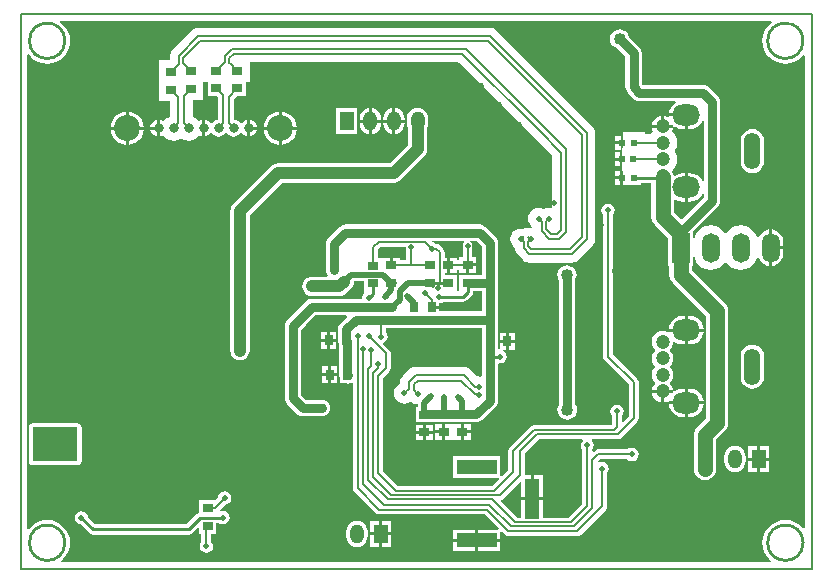
<source format=gbl>
%FSLAX25Y25*%
%MOIN*%
G70*
G01*
G75*
G04 Layer_Physical_Order=2*
G04 Layer_Color=16711680*
%ADD10R,0.02756X0.03347*%
%ADD11R,0.04724X0.04331*%
%ADD12R,0.07874X0.07874*%
%ADD13O,0.08661X0.02362*%
%ADD14R,0.08071X0.09055*%
%ADD15O,0.05500X0.02500*%
%ADD16R,0.05500X0.02500*%
%ADD17R,0.04724X0.14567*%
%ADD18R,0.07559X0.25590*%
%ADD19R,0.06000X0.05000*%
%ADD20R,0.10630X0.03937*%
%ADD21O,0.00787X0.02559*%
%ADD22O,0.02559X0.00787*%
%ADD23R,0.15748X0.15748*%
%ADD24R,0.03347X0.02756*%
%ADD25O,0.02500X0.05500*%
%ADD26R,0.02500X0.05500*%
%ADD27R,0.05000X0.06000*%
%ADD28C,0.03000*%
%ADD29C,0.05000*%
%ADD30C,0.00600*%
%ADD31C,0.00800*%
%ADD32C,0.02000*%
%ADD33C,0.01000*%
%ADD34C,0.01500*%
%ADD35C,0.04000*%
%ADD36R,0.07284X0.19685*%
%ADD37R,0.06800X0.04000*%
%ADD38C,0.00500*%
%ADD39O,0.04724X0.06299*%
%ADD40R,0.04724X0.06299*%
%ADD41C,0.08661*%
%ADD42C,0.03150*%
%ADD43O,0.05906X0.09843*%
%ADD44R,0.05906X0.09843*%
%ADD45C,0.04724*%
%ADD46O,0.09252X0.07087*%
%ADD47O,0.05315X0.12205*%
%ADD48R,0.13386X0.04724*%
%ADD49R,0.04724X0.13386*%
%ADD50C,0.03000*%
%ADD51C,0.04000*%
%ADD52C,0.02000*%
%ADD53C,0.02598*%
%ADD54R,0.02362X0.02362*%
%ADD55R,0.15000X0.11400*%
G36*
X250377Y-2749D02*
X249517Y-3454D01*
X248567Y-4612D01*
X247861Y-5934D01*
X247426Y-7367D01*
X247279Y-8858D01*
X247426Y-10349D01*
X247861Y-11783D01*
X248567Y-13104D01*
X249517Y-14262D01*
X250675Y-15213D01*
X251997Y-15919D01*
X253430Y-16354D01*
X254921Y-16501D01*
X256412Y-16354D01*
X257846Y-15919D01*
X259167Y-15213D01*
X260325Y-14262D01*
X260851Y-13622D01*
X261322Y-13790D01*
Y-171249D01*
X260851Y-171418D01*
X260325Y-170777D01*
X259167Y-169827D01*
X257846Y-169121D01*
X256412Y-168686D01*
X254921Y-168539D01*
X253430Y-168686D01*
X251997Y-169121D01*
X250675Y-169827D01*
X249517Y-170777D01*
X248567Y-171935D01*
X247861Y-173257D01*
X247426Y-174690D01*
X247279Y-176181D01*
X247426Y-177672D01*
X247861Y-179106D01*
X248567Y-180427D01*
X249517Y-181585D01*
X250207Y-182151D01*
X250038Y-182622D01*
X13741D01*
X13573Y-182151D01*
X14262Y-181585D01*
X15213Y-180427D01*
X15919Y-179106D01*
X16354Y-177672D01*
X16501Y-176181D01*
X16354Y-174690D01*
X15919Y-173257D01*
X15213Y-171935D01*
X14262Y-170777D01*
X13104Y-169827D01*
X11783Y-169121D01*
X10349Y-168686D01*
X8858Y-168539D01*
X7367Y-168686D01*
X5934Y-169121D01*
X4612Y-169827D01*
X3454Y-170777D01*
X2749Y-171636D01*
X2278Y-171468D01*
Y-13571D01*
X2749Y-13403D01*
X3454Y-14262D01*
X4612Y-15213D01*
X5934Y-15919D01*
X7367Y-16354D01*
X8858Y-16501D01*
X10349Y-16354D01*
X11783Y-15919D01*
X13104Y-15213D01*
X14262Y-14262D01*
X15213Y-13104D01*
X15919Y-11783D01*
X16354Y-10349D01*
X16501Y-8858D01*
X16354Y-7367D01*
X15919Y-5934D01*
X15213Y-4612D01*
X14262Y-3454D01*
X13104Y-2504D01*
X13161Y-2278D01*
X250208D01*
X250377Y-2749D01*
D02*
G37*
%LPC*%
G36*
X222957Y-124774D02*
X222374D01*
Y-129058D01*
X227675D01*
X227578Y-128320D01*
X227100Y-127166D01*
X226340Y-126175D01*
X225349Y-125415D01*
X224195Y-124937D01*
X222957Y-124774D01*
D02*
G37*
G36*
X213500Y-126200D02*
X210473D01*
X210529Y-126630D01*
X210888Y-127497D01*
X211459Y-128241D01*
X212204Y-128812D01*
X213070Y-129171D01*
X213500Y-129227D01*
Y-126200D01*
D02*
G37*
G36*
X221374Y-124774D02*
X220791D01*
X219553Y-124937D01*
X218399Y-125415D01*
X218029Y-125699D01*
X217568Y-125507D01*
X217593Y-125700D01*
X217527Y-126200D01*
X214500D01*
Y-129227D01*
X214930Y-129171D01*
X215661Y-128868D01*
X216058Y-129172D01*
X216073Y-129058D01*
X221374D01*
Y-124774D01*
D02*
G37*
G36*
X102495Y-120600D02*
X100417D01*
Y-122973D01*
X102495D01*
Y-120600D01*
D02*
G37*
G36*
X243921Y-110097D02*
X242914Y-110229D01*
X241976Y-110618D01*
X241170Y-111236D01*
X240552Y-112042D01*
X240163Y-112980D01*
X240031Y-113987D01*
Y-120877D01*
X240163Y-121884D01*
X240552Y-122822D01*
X241170Y-123628D01*
X241976Y-124247D01*
X242914Y-124635D01*
X243921Y-124768D01*
X244928Y-124635D01*
X245867Y-124247D01*
X246672Y-123628D01*
X247291Y-122822D01*
X247679Y-121884D01*
X247812Y-120877D01*
Y-113987D01*
X247679Y-112980D01*
X247291Y-112042D01*
X246672Y-111236D01*
X245867Y-110618D01*
X244928Y-110229D01*
X243921Y-110097D01*
D02*
G37*
G36*
X144327Y-136627D02*
X144052Y-136627D01*
X143973D01*
D01*
D01*
D01*
D01*
Y-136628D01*
X143973D01*
X143973D01*
X141600D01*
Y-139207D01*
Y-141783D01*
X143973D01*
Y-141783D01*
X143973D01*
X143973Y-141783D01*
X144327D01*
X144327D01*
X144327D01*
Y-141783D01*
X146700D01*
Y-139207D01*
Y-136628D01*
X144327D01*
D01*
D01*
Y-136627D01*
D01*
Y-136627D01*
D02*
G37*
G36*
X150073Y-136628D02*
X147700D01*
Y-138706D01*
X150073D01*
Y-136628D01*
D02*
G37*
G36*
X182100Y-83672D02*
X181265Y-83782D01*
X180486Y-84105D01*
X179818Y-84618D01*
X179305Y-85286D01*
X178982Y-86065D01*
X178872Y-86900D01*
X178982Y-87735D01*
X179305Y-88514D01*
X179377Y-88608D01*
Y-130354D01*
X179082Y-131065D01*
X178972Y-131900D01*
X179082Y-132735D01*
X179405Y-133514D01*
X179918Y-134182D01*
X180586Y-134695D01*
X181365Y-135018D01*
X182200Y-135128D01*
X183035Y-135018D01*
X183814Y-134695D01*
X184482Y-134182D01*
X184995Y-133514D01*
X185318Y-132735D01*
X185428Y-131900D01*
X185318Y-131065D01*
X184995Y-130286D01*
X184823Y-130062D01*
Y-88608D01*
X184895Y-88514D01*
X185218Y-87735D01*
X185328Y-86900D01*
X185218Y-86065D01*
X184895Y-85286D01*
X184382Y-84618D01*
X183714Y-84105D01*
X182935Y-83782D01*
X182100Y-83672D01*
D02*
G37*
G36*
X227675Y-130058D02*
X222374D01*
Y-134343D01*
X222957D01*
X224195Y-134179D01*
X225349Y-133702D01*
X226340Y-132941D01*
X227100Y-131950D01*
X227578Y-130797D01*
X227675Y-130058D01*
D02*
G37*
G36*
X221374D02*
X216073D01*
X216170Y-130797D01*
X216648Y-131950D01*
X217408Y-132941D01*
X218399Y-133702D01*
X219553Y-134179D01*
X220791Y-134343D01*
X221374D01*
Y-130058D01*
D02*
G37*
G36*
X105572Y-120600D02*
X103495D01*
Y-122973D01*
X105572D01*
Y-120600D01*
D02*
G37*
G36*
X105272Y-109200D02*
X103194D01*
Y-111573D01*
X105272D01*
Y-109200D01*
D02*
G37*
G36*
X102194D02*
X100117D01*
Y-111573D01*
X102194D01*
Y-109200D01*
D02*
G37*
G36*
X214000Y-105572D02*
X213070Y-105694D01*
X212204Y-106053D01*
X211459Y-106624D01*
X210888Y-107368D01*
X210529Y-108235D01*
X210407Y-109165D01*
X210529Y-110094D01*
X210888Y-110961D01*
X211459Y-111705D01*
Y-112136D01*
X210888Y-112880D01*
X210529Y-113747D01*
X210407Y-114676D01*
X210529Y-115606D01*
X210888Y-116473D01*
X211459Y-117217D01*
Y-117648D01*
X210888Y-118392D01*
X210529Y-119258D01*
X210407Y-120188D01*
X210529Y-121118D01*
X210888Y-121985D01*
X211459Y-122729D01*
Y-123159D01*
X210888Y-123904D01*
X210529Y-124770D01*
X210473Y-125200D01*
X217527D01*
X217471Y-124770D01*
X217112Y-123904D01*
X216541Y-123159D01*
Y-122729D01*
X217112Y-121985D01*
X217471Y-121118D01*
X217593Y-120188D01*
X217471Y-119258D01*
X217112Y-118392D01*
X216541Y-117648D01*
Y-117217D01*
X217112Y-116473D01*
X217471Y-115606D01*
X217593Y-114676D01*
X217471Y-113747D01*
X217112Y-112880D01*
X216541Y-112136D01*
Y-111705D01*
X217112Y-110961D01*
X217471Y-110094D01*
X217568Y-109357D01*
X218029Y-109166D01*
X218399Y-109450D01*
X219553Y-109927D01*
X220791Y-110090D01*
X221374D01*
Y-105806D01*
X216073D01*
X216058Y-105693D01*
X215661Y-105997D01*
X214930Y-105694D01*
X214000Y-105572D01*
D02*
G37*
G36*
X161805Y-106127D02*
X159728D01*
Y-108500D01*
X161805D01*
Y-106127D01*
D02*
G37*
G36*
X227675Y-105806D02*
X222374D01*
Y-110090D01*
X222957D01*
X224195Y-109927D01*
X225349Y-109450D01*
X226340Y-108689D01*
X227100Y-107698D01*
X227578Y-106545D01*
X227675Y-105806D01*
D02*
G37*
G36*
X105572Y-117227D02*
X103495D01*
Y-119600D01*
X105572D01*
Y-117227D01*
D02*
G37*
G36*
X102495D02*
X100417D01*
Y-119600D01*
X102495D01*
Y-117227D01*
D02*
G37*
G36*
X195800Y-63157D02*
X194942Y-63328D01*
X194214Y-63814D01*
X193728Y-64542D01*
X193557Y-65400D01*
X193728Y-66258D01*
X194169Y-66918D01*
Y-114100D01*
X194169Y-114100D01*
X194169D01*
X194293Y-114724D01*
X194647Y-115253D01*
X202769Y-123376D01*
Y-134024D01*
X200893Y-135900D01*
X200431Y-135708D01*
Y-133918D01*
X200872Y-133258D01*
X201043Y-132400D01*
X200872Y-131542D01*
X200386Y-130814D01*
X199658Y-130328D01*
X198800Y-130157D01*
X197942Y-130328D01*
X197214Y-130814D01*
X196728Y-131542D01*
X196557Y-132400D01*
X196728Y-133258D01*
X197169Y-133918D01*
Y-136887D01*
X196986Y-137069D01*
X171000D01*
X170376Y-137193D01*
X169846Y-137547D01*
X163096Y-144297D01*
X162743Y-144826D01*
X162619Y-145450D01*
Y-151974D01*
X160355Y-154238D01*
X159893Y-154047D01*
Y-147401D01*
X144107D01*
Y-154525D01*
X159414D01*
X159606Y-154987D01*
X157224Y-157369D01*
X125876D01*
X120831Y-152324D01*
Y-121276D01*
X122953Y-119153D01*
X123307Y-118624D01*
X123431Y-118000D01*
X123431Y-118000D01*
Y-113000D01*
X123307Y-112376D01*
X122953Y-111846D01*
X120894Y-109786D01*
X120958Y-109572D01*
X121686Y-109086D01*
X122172Y-108358D01*
X122343Y-107500D01*
X122172Y-106642D01*
X121731Y-105982D01*
Y-104523D01*
X153677D01*
Y-109000D01*
Y-120437D01*
X153301Y-120766D01*
X152773Y-120697D01*
X152160Y-120778D01*
X149714Y-118332D01*
X149108Y-117867D01*
X148403Y-117575D01*
X147646Y-117475D01*
X131654D01*
X130897Y-117575D01*
X130192Y-117867D01*
X129586Y-118332D01*
X127332Y-120586D01*
X126867Y-121192D01*
X126575Y-121897D01*
X126475Y-122654D01*
Y-123102D01*
X126135Y-123243D01*
X125404Y-123804D01*
X124843Y-124535D01*
X124490Y-125386D01*
X124370Y-126300D01*
X124490Y-127214D01*
X124843Y-128065D01*
X125404Y-128796D01*
X126135Y-129357D01*
X126986Y-129710D01*
X127900Y-129830D01*
X128814Y-129710D01*
X129665Y-129357D01*
X130020Y-129085D01*
X130635Y-129557D01*
X131486Y-129910D01*
X132357Y-130025D01*
Y-130887D01*
X131727D01*
Y-136043D01*
X137473D01*
Y-136023D01*
X151900D01*
X152605Y-135931D01*
X153262Y-135658D01*
X153826Y-135226D01*
X158326Y-130726D01*
X158758Y-130162D01*
X159030Y-129505D01*
X159123Y-128800D01*
Y-116603D01*
X159510Y-116285D01*
X159800Y-116343D01*
X160658Y-116172D01*
X161386Y-115686D01*
X161872Y-114958D01*
X162043Y-114100D01*
X161872Y-113242D01*
X161386Y-112514D01*
X160658Y-112028D01*
X160674Y-111873D01*
X161805D01*
Y-109500D01*
X159728D01*
Y-111509D01*
X159276Y-111722D01*
X159123Y-111597D01*
Y-109000D01*
Y-106402D01*
X159243Y-105800D01*
X159123Y-105198D01*
Y-102000D01*
Y-89500D01*
Y-76200D01*
X159030Y-75495D01*
X158758Y-74838D01*
X158326Y-74274D01*
X154926Y-70874D01*
X154362Y-70442D01*
X153705Y-70170D01*
X153000Y-70077D01*
X108300D01*
X107677Y-70159D01*
X107595Y-70170D01*
X106938Y-70442D01*
X106374Y-70874D01*
X102574Y-74674D01*
X102141Y-75238D01*
X101869Y-75895D01*
X101777Y-76600D01*
Y-85200D01*
X101869Y-85905D01*
X102141Y-86562D01*
X102496Y-87024D01*
X102275Y-87472D01*
X97200D01*
X96365Y-87582D01*
X95586Y-87905D01*
X94918Y-88418D01*
X94405Y-89086D01*
X94082Y-89865D01*
X93972Y-90700D01*
X94082Y-91535D01*
X94405Y-92314D01*
X94918Y-92982D01*
X95586Y-93495D01*
X96365Y-93818D01*
X97200Y-93928D01*
X106300D01*
X107135Y-93818D01*
X107914Y-93495D01*
X108582Y-92982D01*
X110182Y-91382D01*
X110695Y-90714D01*
X111018Y-89935D01*
X111128Y-89100D01*
X111121Y-89051D01*
X111129Y-89043D01*
X114627D01*
Y-92278D01*
X114627D01*
X114627Y-92839D01*
X114514Y-92914D01*
X114028Y-93642D01*
X113857Y-94500D01*
X113875Y-94590D01*
X113558Y-94977D01*
X97000D01*
X96377Y-95059D01*
X96295Y-95069D01*
X95638Y-95341D01*
X95074Y-95774D01*
X91174Y-99674D01*
X91174Y-99674D01*
X88774Y-102074D01*
X88341Y-102638D01*
X88069Y-103295D01*
X87977Y-104000D01*
Y-127900D01*
X88069Y-128605D01*
X88341Y-129262D01*
X88774Y-129826D01*
X92074Y-133126D01*
X92638Y-133558D01*
X92910Y-133671D01*
X93295Y-133830D01*
X94000Y-133923D01*
X100500D01*
X101205Y-133830D01*
X101862Y-133558D01*
X102426Y-133126D01*
X102858Y-132562D01*
X103130Y-131905D01*
X103223Y-131200D01*
X103130Y-130495D01*
X102858Y-129838D01*
X102426Y-129274D01*
X101862Y-128842D01*
X101205Y-128569D01*
X100500Y-128477D01*
X95128D01*
X93423Y-126772D01*
Y-105128D01*
X95026Y-103526D01*
X95026Y-103526D01*
X98128Y-100423D01*
X108572D01*
X108763Y-100885D01*
X106674Y-102974D01*
X106242Y-103538D01*
X105970Y-104195D01*
X105877Y-104900D01*
Y-108700D01*
X105970Y-109405D01*
X106022Y-109532D01*
Y-111573D01*
X106177D01*
Y-120100D01*
X106270Y-120805D01*
X106322Y-120932D01*
Y-122973D01*
X108357D01*
X108495Y-123030D01*
X109200Y-123123D01*
X109905Y-123030D01*
X110043Y-122973D01*
X110769D01*
Y-158000D01*
X110893Y-158624D01*
X111247Y-159153D01*
X118347Y-166253D01*
X118347D01*
X118347Y-166253D01*
X118347Y-166254D01*
Y-166253D01*
X118876Y-166607D01*
X119500Y-166731D01*
X154724D01*
X159341Y-171348D01*
X159150Y-171810D01*
X152500D01*
Y-174872D01*
X159893D01*
Y-172553D01*
X160355Y-172362D01*
X161446Y-173453D01*
X161976Y-173807D01*
X162600Y-173931D01*
X185600D01*
X186224Y-173807D01*
X186753Y-173453D01*
X195054Y-165154D01*
X195407Y-164624D01*
X195531Y-164000D01*
X195531Y-164000D01*
X195531Y-164000D01*
Y-164000D01*
Y-152869D01*
X195872Y-152358D01*
X196043Y-151500D01*
X195872Y-150642D01*
X195386Y-149914D01*
X194658Y-149428D01*
X193800Y-149257D01*
X192942Y-149428D01*
X192672Y-149608D01*
X192231Y-149372D01*
Y-149276D01*
X193176Y-148331D01*
X202282D01*
X202942Y-148772D01*
X203800Y-148943D01*
X204658Y-148772D01*
X205386Y-148286D01*
X205872Y-147558D01*
X206043Y-146700D01*
X205872Y-145842D01*
X205386Y-145114D01*
X204658Y-144628D01*
X203800Y-144457D01*
X202942Y-144628D01*
X202282Y-145069D01*
X192500D01*
X191876Y-145193D01*
X191347Y-145546D01*
X190993Y-145900D01*
X190531Y-145708D01*
Y-145218D01*
X190972Y-144558D01*
X191143Y-143700D01*
X190972Y-142842D01*
X190486Y-142114D01*
X190480Y-142110D01*
X190625Y-141631D01*
X199100D01*
X199724Y-141507D01*
X200254Y-141154D01*
X205554Y-135854D01*
X205907Y-135324D01*
X206031Y-134700D01*
Y-122700D01*
X205907Y-122076D01*
X205554Y-121546D01*
X197431Y-113424D01*
Y-66918D01*
X197872Y-66258D01*
X198043Y-65400D01*
X197872Y-64542D01*
X197386Y-63814D01*
X196658Y-63328D01*
X195800Y-63157D01*
D02*
G37*
G36*
X164883Y-109500D02*
X162805D01*
Y-111873D01*
X164883D01*
Y-109500D01*
D02*
G37*
G36*
X132322Y-31220D02*
X131392Y-31342D01*
X130526Y-31701D01*
X129781Y-32272D01*
X129210Y-33016D01*
X128851Y-33883D01*
X128729Y-34813D01*
Y-36387D01*
X128851Y-37317D01*
X129095Y-37904D01*
Y-43741D01*
X123163Y-49672D01*
X85800D01*
X84965Y-49782D01*
X84186Y-50105D01*
X83518Y-50618D01*
X70818Y-63318D01*
X70305Y-63986D01*
X69982Y-64765D01*
X69872Y-65600D01*
Y-70200D01*
Y-87300D01*
Y-112100D01*
X69982Y-112935D01*
X70305Y-113714D01*
X70818Y-114382D01*
X71486Y-114895D01*
X72265Y-115218D01*
X73100Y-115328D01*
X73935Y-115218D01*
X74714Y-114895D01*
X75382Y-114382D01*
X75895Y-113714D01*
X76218Y-112935D01*
X76328Y-112100D01*
X76328Y-112100D01*
X76328Y-112100D01*
Y-112100D01*
Y-87300D01*
Y-66937D01*
X87137Y-56128D01*
X124500D01*
X125335Y-56018D01*
X126114Y-55695D01*
X126782Y-55182D01*
X134604Y-47360D01*
X135117Y-46692D01*
X135440Y-45913D01*
X135550Y-45078D01*
Y-37904D01*
X135793Y-37317D01*
X135915Y-36387D01*
Y-34813D01*
X135793Y-33883D01*
X135434Y-33016D01*
X134863Y-32272D01*
X134118Y-31701D01*
X133252Y-31342D01*
X132322Y-31220D01*
D02*
G37*
G36*
X140600Y-136628D02*
X138227D01*
Y-138706D01*
X140600D01*
Y-136628D01*
D02*
G37*
G36*
X119500Y-168850D02*
X116438D01*
Y-172700D01*
X119500D01*
Y-168850D01*
D02*
G37*
G36*
X151500Y-171810D02*
X144107D01*
Y-174872D01*
X151500D01*
Y-171810D01*
D02*
G37*
G36*
X123562Y-168850D02*
X120500D01*
Y-172700D01*
X123562D01*
Y-168850D01*
D02*
G37*
G36*
X238126Y-143920D02*
X237196Y-144042D01*
X236330Y-144401D01*
X235585Y-144972D01*
X235014Y-145716D01*
X234655Y-146583D01*
X234533Y-147513D01*
Y-149087D01*
X234655Y-150017D01*
X235014Y-150884D01*
X235585Y-151628D01*
X236330Y-152199D01*
X237196Y-152558D01*
X238126Y-152680D01*
X239056Y-152558D01*
X239922Y-152199D01*
X240667Y-151628D01*
X241238Y-150884D01*
X241597Y-150017D01*
X241719Y-149087D01*
Y-147513D01*
X241597Y-146583D01*
X241238Y-145716D01*
X240667Y-144972D01*
X239922Y-144401D01*
X239056Y-144042D01*
X238126Y-143920D01*
D02*
G37*
G36*
X68000Y-159057D02*
X67142Y-159228D01*
X66414Y-159714D01*
X65928Y-160442D01*
X65773Y-161220D01*
X64939Y-162054D01*
X59489D01*
Y-166148D01*
X59237Y-166199D01*
X58674Y-166574D01*
X55282Y-169967D01*
X24818D01*
X22491Y-167640D01*
X22372Y-167042D01*
X21886Y-166314D01*
X21158Y-165828D01*
X20300Y-165657D01*
X19442Y-165828D01*
X18714Y-166314D01*
X18228Y-167042D01*
X18057Y-167900D01*
X18228Y-168758D01*
X18714Y-169486D01*
X19442Y-169972D01*
X20040Y-170091D01*
X22874Y-172926D01*
X22874Y-172926D01*
X22874D01*
X22874Y-172926D01*
X22874D01*
X22874Y-172926D01*
Y-172926D01*
Y-172926D01*
D01*
D01*
X22874D01*
Y-172926D01*
X23437Y-173301D01*
X24100Y-173433D01*
X56000D01*
X56663Y-173301D01*
X57226Y-172926D01*
X57226Y-172926D01*
X57226Y-172926D01*
X59027Y-171124D01*
X59489Y-171316D01*
Y-173116D01*
X60278D01*
Y-175772D01*
X59837Y-176432D01*
X59666Y-177291D01*
X59837Y-178149D01*
X60323Y-178877D01*
X61051Y-179363D01*
X61910Y-179534D01*
X62768Y-179363D01*
X63496Y-178877D01*
X63982Y-178149D01*
X64152Y-177291D01*
X63982Y-176432D01*
X63541Y-175772D01*
Y-173116D01*
X65235D01*
Y-169533D01*
X66034D01*
X66542Y-169872D01*
X67400Y-170043D01*
X68258Y-169872D01*
X68986Y-169386D01*
X69472Y-168658D01*
X69643Y-167800D01*
X69472Y-166942D01*
X68986Y-166214D01*
X68258Y-165728D01*
X67400Y-165557D01*
X66560Y-165724D01*
X66324Y-165283D01*
X68080Y-163527D01*
X68858Y-163372D01*
X69586Y-162886D01*
X70072Y-162158D01*
X70243Y-161300D01*
X70072Y-160442D01*
X69586Y-159714D01*
X68858Y-159228D01*
X68000Y-159057D01*
D02*
G37*
G36*
X159893Y-175872D02*
X152500D01*
Y-178935D01*
X159893D01*
Y-175872D01*
D02*
G37*
G36*
X151500D02*
X144107D01*
Y-178935D01*
X151500D01*
Y-175872D01*
D02*
G37*
G36*
X112126Y-168820D02*
X111196Y-168942D01*
X110329Y-169301D01*
X109585Y-169872D01*
X109014Y-170616D01*
X108656Y-171483D01*
X108533Y-172413D01*
Y-173987D01*
X108656Y-174917D01*
X109014Y-175784D01*
X109585Y-176528D01*
X110329Y-177099D01*
X111196Y-177458D01*
X112126Y-177580D01*
X113056Y-177458D01*
X113923Y-177099D01*
X114667Y-176528D01*
X115238Y-175784D01*
X115596Y-174917D01*
X115719Y-173987D01*
Y-172413D01*
X115596Y-171483D01*
X115238Y-170616D01*
X114667Y-169872D01*
X113923Y-169301D01*
X113056Y-168942D01*
X112126Y-168820D01*
D02*
G37*
G36*
X123562Y-173700D02*
X120500D01*
Y-177550D01*
X123562D01*
Y-173700D01*
D02*
G37*
G36*
X119500D02*
X116438D01*
Y-177550D01*
X119500D01*
Y-173700D01*
D02*
G37*
G36*
X245500Y-148800D02*
X242438D01*
Y-152650D01*
X245500D01*
Y-148800D01*
D02*
G37*
G36*
X140600Y-139706D02*
X138227D01*
Y-141783D01*
X140600D01*
Y-139706D01*
D02*
G37*
G36*
X137473Y-139871D02*
X135100D01*
Y-141949D01*
X137473D01*
Y-139871D01*
D02*
G37*
G36*
X150073Y-139706D02*
X147700D01*
Y-141783D01*
X150073D01*
Y-139706D01*
D02*
G37*
G36*
X137473Y-136793D02*
X135100D01*
Y-138871D01*
X137473D01*
Y-136793D01*
D02*
G37*
G36*
X134100D02*
X131727D01*
Y-138871D01*
X134100D01*
Y-136793D01*
D02*
G37*
G36*
X19094Y-136377D02*
X4095D01*
X3626Y-136470D01*
X3229Y-136735D01*
X2964Y-137132D01*
X2871Y-137600D01*
Y-149000D01*
X2964Y-149468D01*
X3229Y-149865D01*
X3626Y-150130D01*
X4095Y-150224D01*
X19094D01*
X19563Y-150130D01*
X19960Y-149865D01*
X20225Y-149468D01*
X20318Y-149000D01*
Y-137600D01*
X20225Y-137132D01*
X19960Y-136735D01*
X19563Y-136470D01*
X19094Y-136377D01*
D02*
G37*
G36*
X249562Y-148800D02*
X246500D01*
Y-152650D01*
X249562D01*
Y-148800D01*
D02*
G37*
G36*
X245500Y-143950D02*
X242438D01*
Y-147800D01*
X245500D01*
Y-143950D01*
D02*
G37*
G36*
X134100Y-139871D02*
X131727D01*
Y-141949D01*
X134100D01*
Y-139871D01*
D02*
G37*
G36*
X249562Y-143950D02*
X246500D01*
Y-147800D01*
X249562D01*
Y-143950D01*
D02*
G37*
G36*
X120167Y-36100D02*
X117074D01*
Y-39915D01*
X117504Y-39858D01*
X118370Y-39499D01*
X119115Y-38928D01*
X119686Y-38184D01*
X120045Y-37317D01*
X120167Y-36387D01*
Y-36100D01*
D02*
G37*
G36*
X116074D02*
X112981D01*
Y-36387D01*
X113103Y-37317D01*
X113462Y-38184D01*
X114033Y-38928D01*
X114778Y-39499D01*
X115644Y-39858D01*
X116074Y-39915D01*
Y-36100D01*
D02*
G37*
G36*
X123948D02*
X120855D01*
Y-36387D01*
X120977Y-37317D01*
X121336Y-38184D01*
X121907Y-38928D01*
X122652Y-39499D01*
X123518Y-39858D01*
X123948Y-39915D01*
Y-36100D01*
D02*
G37*
G36*
X214500Y-33838D02*
Y-36865D01*
X217527D01*
X217593Y-37365D01*
X217568Y-37557D01*
X218029Y-37366D01*
X218399Y-37650D01*
X219553Y-38127D01*
X220791Y-38291D01*
X221374D01*
Y-34006D01*
X216073D01*
X216058Y-33893D01*
X215661Y-34197D01*
X214930Y-33894D01*
X214500Y-33838D01*
D02*
G37*
G36*
X128041Y-36100D02*
X124948D01*
Y-39915D01*
X125378Y-39858D01*
X126244Y-39499D01*
X126989Y-38928D01*
X127560Y-38184D01*
X127919Y-37317D01*
X128041Y-36387D01*
Y-36100D01*
D02*
G37*
G36*
X200056Y-40519D02*
X198175D01*
Y-42400D01*
X200056D01*
Y-40519D01*
D02*
G37*
G36*
X92024Y-38500D02*
X87012D01*
Y-43513D01*
X87956Y-43388D01*
X89301Y-42831D01*
X90456Y-41945D01*
X91343Y-40789D01*
X91900Y-39444D01*
X92024Y-38500D01*
D02*
G37*
G36*
X45500D02*
X43267D01*
X43297Y-38724D01*
X43576Y-39399D01*
X44021Y-39979D01*
X44601Y-40424D01*
X45276Y-40703D01*
X45500Y-40733D01*
Y-38500D01*
D02*
G37*
G36*
X112262Y-31250D02*
X105138D01*
Y-39950D01*
X112262D01*
Y-31250D01*
D02*
G37*
G36*
X78733Y-38500D02*
X76500D01*
Y-40733D01*
X76724Y-40703D01*
X77399Y-40424D01*
X77979Y-39979D01*
X78424Y-39399D01*
X78703Y-38724D01*
X78733Y-38500D01*
D02*
G37*
G36*
X34988Y-32487D02*
X34044Y-32612D01*
X32699Y-33169D01*
X31544Y-34056D01*
X30657Y-35211D01*
X30100Y-36556D01*
X29976Y-37500D01*
X34988D01*
Y-32487D01*
D02*
G37*
G36*
X116074Y-31286D02*
X115644Y-31342D01*
X114778Y-31701D01*
X114033Y-32272D01*
X113462Y-33016D01*
X113103Y-33883D01*
X112981Y-34813D01*
Y-35100D01*
X116074D01*
Y-31286D01*
D02*
G37*
G36*
X213500Y-33838D02*
X213070Y-33894D01*
X212204Y-34253D01*
X211459Y-34824D01*
X210888Y-35568D01*
X210529Y-36435D01*
X210473Y-36865D01*
X213500D01*
Y-33838D01*
D02*
G37*
G36*
X117074Y-31286D02*
Y-35100D01*
X120167D01*
Y-34813D01*
X120045Y-33883D01*
X119686Y-33016D01*
X119115Y-32272D01*
X118370Y-31701D01*
X117504Y-31342D01*
X117074Y-31286D01*
D02*
G37*
G36*
X124948D02*
Y-35100D01*
X128041D01*
Y-34813D01*
X127919Y-33883D01*
X127560Y-33016D01*
X126989Y-32272D01*
X126244Y-31701D01*
X125378Y-31342D01*
X124948Y-31286D01*
D02*
G37*
G36*
X123948D02*
X123518Y-31342D01*
X122652Y-31701D01*
X121907Y-32272D01*
X121336Y-33016D01*
X120977Y-33883D01*
X120855Y-34813D01*
Y-35100D01*
X123948D01*
Y-31286D01*
D02*
G37*
G36*
X45500Y-35267D02*
X45276Y-35297D01*
X44601Y-35576D01*
X44021Y-36021D01*
X43576Y-36601D01*
X43297Y-37276D01*
X43267Y-37500D01*
X45500D01*
Y-35267D01*
D02*
G37*
G36*
X35988Y-32487D02*
Y-37500D01*
X41001D01*
X40876Y-36556D01*
X40319Y-35211D01*
X39433Y-34056D01*
X38277Y-33169D01*
X36932Y-32612D01*
X35988Y-32487D01*
D02*
G37*
G36*
X76500Y-35267D02*
Y-37500D01*
X78733D01*
X78703Y-37276D01*
X78424Y-36601D01*
X77979Y-36021D01*
X77399Y-35576D01*
X76724Y-35297D01*
X76500Y-35267D01*
D02*
G37*
G36*
X87012Y-32487D02*
Y-37500D01*
X92024D01*
X91900Y-36556D01*
X91343Y-35211D01*
X90456Y-34056D01*
X89301Y-33169D01*
X87956Y-32612D01*
X87012Y-32487D01*
D02*
G37*
G36*
X86012D02*
X85068Y-32612D01*
X83723Y-33169D01*
X82567Y-34056D01*
X81681Y-35211D01*
X81124Y-36556D01*
X80999Y-37500D01*
X86012D01*
Y-32487D01*
D02*
G37*
G36*
Y-38500D02*
X80999D01*
X81124Y-39444D01*
X81681Y-40789D01*
X82567Y-41945D01*
X83723Y-42831D01*
X85068Y-43388D01*
X86012Y-43513D01*
Y-38500D01*
D02*
G37*
G36*
X164883Y-106127D02*
X162805D01*
Y-108500D01*
X164883D01*
Y-106127D01*
D02*
G37*
G36*
X102194Y-105827D02*
X100117D01*
Y-108200D01*
X102194D01*
Y-105827D01*
D02*
G37*
G36*
X156563Y-4476D02*
X59237D01*
X58506Y-4572D01*
X58107Y-4737D01*
X57825Y-4854D01*
X57240Y-5303D01*
X50703Y-11840D01*
X50254Y-12425D01*
X50055Y-12907D01*
X49972Y-13106D01*
X49876Y-13837D01*
Y-15322D01*
X46027D01*
Y-23078D01*
Y-28983D01*
X49675D01*
Y-30400D01*
Y-34138D01*
X48945Y-34441D01*
X48094Y-35094D01*
X47603Y-35733D01*
X47399Y-35576D01*
X46724Y-35297D01*
X46500Y-35267D01*
Y-38001D01*
Y-40733D01*
X46724Y-40703D01*
X47399Y-40424D01*
X47603Y-40267D01*
X48094Y-40906D01*
X48945Y-41559D01*
X49936Y-41970D01*
X51000Y-42110D01*
X52064Y-41970D01*
X53055Y-41559D01*
X53500Y-41218D01*
X53945Y-41559D01*
X54936Y-41970D01*
X56000Y-42110D01*
X57064Y-41970D01*
X58055Y-41559D01*
X58906Y-40906D01*
X59396Y-40267D01*
X59601Y-40424D01*
X60276Y-40703D01*
X60500Y-40733D01*
Y-38001D01*
Y-35267D01*
X60276Y-35297D01*
X59601Y-35576D01*
X59396Y-35733D01*
X58906Y-35094D01*
X58055Y-34441D01*
X57325Y-34138D01*
Y-30400D01*
Y-28678D01*
X60973D01*
Y-22772D01*
Y-22672D01*
X61127D01*
Y-22672D01*
X62427D01*
Y-27278D01*
X65571D01*
X65969Y-27676D01*
Y-29700D01*
Y-35205D01*
X65276Y-35297D01*
X64601Y-35576D01*
X64021Y-36021D01*
X63750Y-36374D01*
X63250D01*
X62979Y-36021D01*
X62399Y-35576D01*
X61724Y-35297D01*
X61500Y-35267D01*
Y-38001D01*
Y-40733D01*
X61724Y-40703D01*
X62399Y-40424D01*
X62979Y-39979D01*
X63250Y-39626D01*
X63750D01*
X64021Y-39979D01*
X64601Y-40424D01*
X65276Y-40703D01*
X66000Y-40799D01*
X66724Y-40703D01*
X67399Y-40424D01*
X67979Y-39979D01*
X68250Y-39626D01*
X68750D01*
X69021Y-39979D01*
X69601Y-40424D01*
X70276Y-40703D01*
X71000Y-40799D01*
X71724Y-40703D01*
X72399Y-40424D01*
X72979Y-39979D01*
X73250Y-39626D01*
X73750D01*
X74021Y-39979D01*
X74601Y-40424D01*
X75276Y-40703D01*
X75500Y-40733D01*
Y-38001D01*
Y-35267D01*
X75276Y-35297D01*
X74601Y-35576D01*
X74021Y-36021D01*
X73750Y-36374D01*
X73250D01*
X72979Y-36021D01*
X72399Y-35576D01*
X71724Y-35297D01*
X71031Y-35205D01*
Y-29700D01*
Y-28276D01*
X72029Y-27278D01*
X75173D01*
Y-22672D01*
X76473D01*
Y-15924D01*
X145930D01*
X171003Y-40997D01*
X171003D01*
X171003Y-40997D01*
X177276Y-47270D01*
Y-64359D01*
X176900Y-64688D01*
X176000Y-64570D01*
X175086Y-64690D01*
X174350Y-64995D01*
X173614Y-64690D01*
X172700Y-64570D01*
X171786Y-64690D01*
X170935Y-65043D01*
X170204Y-65604D01*
X169643Y-66335D01*
X169290Y-67186D01*
X169170Y-68100D01*
X169290Y-69014D01*
X169643Y-69865D01*
X170204Y-70596D01*
X170604Y-70904D01*
X170621Y-71403D01*
X170500Y-71509D01*
X170298Y-71483D01*
X170031Y-71372D01*
X169300Y-71276D01*
X168647Y-71362D01*
X168431Y-71272D01*
X167700Y-71176D01*
X166969Y-71272D01*
X166702Y-71383D01*
X165886Y-71490D01*
X165035Y-71843D01*
X164304Y-72404D01*
X163743Y-73135D01*
X163390Y-73986D01*
X163270Y-74900D01*
X163390Y-75814D01*
X163743Y-76665D01*
X164304Y-77396D01*
X164876Y-77835D01*
Y-78063D01*
X164972Y-78794D01*
X165055Y-78993D01*
X165254Y-79475D01*
X165703Y-80060D01*
X167640Y-81997D01*
X168225Y-82446D01*
X168707Y-82645D01*
X168906Y-82728D01*
X169637Y-82824D01*
X183763D01*
X184494Y-82728D01*
X184693Y-82645D01*
X185175Y-82446D01*
X185760Y-81997D01*
X190797Y-76960D01*
X191246Y-76375D01*
X191445Y-75893D01*
X191528Y-75694D01*
X191624Y-74963D01*
Y-48137D01*
Y-39537D01*
X191528Y-38806D01*
X191445Y-38607D01*
X191246Y-38125D01*
X190797Y-37540D01*
X158560Y-5303D01*
X157975Y-4854D01*
X157493Y-4655D01*
X157294Y-4572D01*
X156563Y-4476D01*
D02*
G37*
G36*
X250500Y-71709D02*
Y-77300D01*
X254189D01*
Y-75832D01*
X254046Y-74747D01*
X253627Y-73737D01*
X252962Y-72870D01*
X252094Y-72204D01*
X251084Y-71786D01*
X250500Y-71709D01*
D02*
G37*
G36*
X254189Y-78300D02*
X250500D01*
Y-83891D01*
X251084Y-83814D01*
X252094Y-83396D01*
X252962Y-82730D01*
X253627Y-81863D01*
X254046Y-80853D01*
X254189Y-79769D01*
Y-78300D01*
D02*
G37*
G36*
X222957Y-100522D02*
X222374D01*
Y-104806D01*
X227675D01*
X227578Y-104068D01*
X227100Y-102914D01*
X226340Y-101923D01*
X225349Y-101163D01*
X224195Y-100685D01*
X222957Y-100522D01*
D02*
G37*
G36*
X105272Y-105827D02*
X103194D01*
Y-108200D01*
X105272D01*
Y-105827D01*
D02*
G37*
G36*
X221374Y-100522D02*
X220791D01*
X219553Y-100685D01*
X218399Y-101163D01*
X217408Y-101923D01*
X216648Y-102914D01*
X216170Y-104068D01*
X216073Y-104806D01*
X221374D01*
Y-100522D01*
D02*
G37*
G36*
X199900Y-55000D02*
X198019D01*
Y-56881D01*
X199900D01*
Y-55000D01*
D02*
G37*
G36*
X200056Y-43400D02*
X198175D01*
Y-45281D01*
X200056D01*
Y-43400D01*
D02*
G37*
G36*
X199856Y-45920D02*
X197975D01*
Y-47801D01*
X199856D01*
Y-45920D01*
D02*
G37*
G36*
X41001Y-38500D02*
X35988D01*
Y-43513D01*
X36932Y-43388D01*
X38277Y-42831D01*
X39433Y-41945D01*
X40319Y-40789D01*
X40876Y-39444D01*
X41001Y-38500D01*
D02*
G37*
G36*
X34988D02*
X29976D01*
X30100Y-39444D01*
X30657Y-40789D01*
X31544Y-41945D01*
X32699Y-42831D01*
X34044Y-43388D01*
X34988Y-43513D01*
Y-38500D01*
D02*
G37*
G36*
X199900Y-52119D02*
X198019D01*
Y-54000D01*
X199900D01*
Y-52119D01*
D02*
G37*
G36*
X199700Y-5072D02*
X198865Y-5182D01*
X198086Y-5505D01*
X197418Y-6018D01*
X196905Y-6686D01*
X196582Y-7465D01*
X196472Y-8300D01*
X196582Y-9135D01*
X196905Y-9914D01*
X197418Y-10582D01*
X198086Y-11095D01*
X198865Y-11418D01*
X198982Y-11433D01*
X201614Y-14065D01*
Y-18700D01*
Y-24337D01*
X201707Y-25042D01*
X201707Y-25042D01*
X201707Y-25042D01*
X201978Y-25699D01*
X202411Y-26263D01*
X204274Y-28126D01*
X204838Y-28558D01*
X205495Y-28831D01*
X206200Y-28923D01*
X218195D01*
X218355Y-29397D01*
X217408Y-30123D01*
X216648Y-31114D01*
X216170Y-32268D01*
X216073Y-33006D01*
X221875D01*
Y-33505D01*
X222374D01*
Y-38291D01*
X222957D01*
X224195Y-38127D01*
X225349Y-37650D01*
X226340Y-36889D01*
X227100Y-35898D01*
X227286Y-35449D01*
X227777Y-35546D01*
Y-55718D01*
X227286Y-55816D01*
X227100Y-55366D01*
X226340Y-54375D01*
X225349Y-53615D01*
X224195Y-53137D01*
X222957Y-52974D01*
X222374D01*
Y-57759D01*
Y-62542D01*
X222957D01*
X224195Y-62379D01*
X225349Y-61901D01*
X226340Y-61141D01*
X227100Y-60150D01*
X227286Y-59701D01*
X227777Y-59798D01*
Y-61072D01*
X220563Y-68286D01*
X220063Y-68286D01*
X217732Y-65954D01*
Y-61955D01*
X218180Y-61734D01*
X218399Y-61901D01*
X219553Y-62379D01*
X220791Y-62542D01*
X221374D01*
Y-57759D01*
Y-52974D01*
X220791D01*
X219553Y-53137D01*
X218399Y-53615D01*
X218114Y-53834D01*
X217652Y-53643D01*
X217605Y-53285D01*
X217232Y-52384D01*
X217223Y-52373D01*
X217120Y-52123D01*
X217468Y-51856D01*
X218247Y-50840D01*
X218737Y-49657D01*
X218904Y-48388D01*
X218737Y-47119D01*
X218247Y-45936D01*
X218014Y-45632D01*
X218247Y-45329D01*
X218737Y-44146D01*
X218904Y-42876D01*
X218737Y-41607D01*
X218247Y-40424D01*
X217468Y-39409D01*
X217120Y-39141D01*
X217471Y-38295D01*
X217527Y-37865D01*
X210473D01*
X210529Y-38295D01*
X210880Y-39141D01*
X210532Y-39409D01*
X210116Y-39951D01*
X208174D01*
Y-39219D01*
X200812D01*
Y-40519D01*
X200811D01*
Y-42901D01*
Y-44620D01*
X200611D01*
Y-45281D01*
X200612D01*
Y-45920D01*
X200611D01*
Y-48302D01*
Y-50682D01*
X200612D01*
Y-51982D01*
D01*
Y-51982D01*
X200475Y-52119D01*
X200900D01*
Y-54501D01*
Y-56881D01*
X206718D01*
Y-56233D01*
X210268D01*
Y-67500D01*
X210268Y-67500D01*
X210268D01*
X210395Y-68466D01*
X210550Y-68839D01*
X210768Y-69366D01*
X211361Y-70139D01*
X211361Y-70139D01*
X211361Y-70139D01*
X215847Y-74625D01*
Y-83921D01*
X216268D01*
Y-86800D01*
X216268Y-86800D01*
X216268D01*
X216395Y-87766D01*
X216550Y-88139D01*
X216768Y-88666D01*
X217361Y-89439D01*
X217361Y-89439D01*
X217361Y-89439D01*
X228368Y-100446D01*
Y-134654D01*
X225461Y-137561D01*
X224868Y-138334D01*
X224650Y-138861D01*
X224495Y-139234D01*
X224368Y-140200D01*
Y-151500D01*
X224495Y-152466D01*
X224868Y-153366D01*
X225461Y-154139D01*
X226234Y-154732D01*
X227134Y-155105D01*
X228100Y-155232D01*
X229066Y-155105D01*
X229966Y-154732D01*
X230739Y-154139D01*
X231332Y-153366D01*
X231705Y-152466D01*
X231832Y-151500D01*
Y-141746D01*
X234739Y-138839D01*
X235194Y-138246D01*
X235332Y-138066D01*
X235550Y-137539D01*
X235705Y-137166D01*
X235720Y-137054D01*
X235832Y-136200D01*
Y-98900D01*
X235705Y-97934D01*
X235332Y-97034D01*
X235194Y-96854D01*
X234739Y-96261D01*
X223732Y-85254D01*
Y-83921D01*
X224153D01*
Y-80952D01*
X224652Y-80919D01*
X224688Y-81192D01*
X225237Y-82518D01*
X226111Y-83657D01*
X227250Y-84531D01*
X228576Y-85081D01*
X230000Y-85268D01*
X231423Y-85081D01*
X232750Y-84531D01*
X233889Y-83657D01*
X234750Y-82535D01*
X235250D01*
X236111Y-83657D01*
X237250Y-84531D01*
X238577Y-85081D01*
X240000Y-85268D01*
X241424Y-85081D01*
X242750Y-84531D01*
X243889Y-83657D01*
X244763Y-82518D01*
X245312Y-81192D01*
X245406Y-80484D01*
X245906D01*
X245954Y-80853D01*
X246373Y-81863D01*
X247038Y-82730D01*
X247906Y-83396D01*
X248916Y-83814D01*
X249500Y-83891D01*
Y-77801D01*
Y-71709D01*
X248916Y-71786D01*
X247906Y-72204D01*
X247038Y-72870D01*
X246373Y-73737D01*
X245954Y-74747D01*
X245906Y-75116D01*
X245406D01*
X245312Y-74408D01*
X244763Y-73082D01*
X243889Y-71943D01*
X242750Y-71069D01*
X241424Y-70519D01*
X240000Y-70332D01*
X238577Y-70519D01*
X237250Y-71069D01*
X236111Y-71943D01*
X235250Y-73065D01*
X234750D01*
X233889Y-71943D01*
X232750Y-71069D01*
X231423Y-70519D01*
X230000Y-70332D01*
X228576Y-70519D01*
X227250Y-71069D01*
X226111Y-71943D01*
X225237Y-73082D01*
X224688Y-74408D01*
X224652Y-74681D01*
X224153Y-74648D01*
Y-72399D01*
X232426Y-64126D01*
X232858Y-63562D01*
X233131Y-62905D01*
X233141Y-62823D01*
X233223Y-62200D01*
Y-29200D01*
X233131Y-28495D01*
X232858Y-27838D01*
X232426Y-27274D01*
X229426Y-24274D01*
X228862Y-23842D01*
X228205Y-23570D01*
X227500Y-23477D01*
X207328D01*
X207060Y-23209D01*
Y-18700D01*
Y-12937D01*
X206967Y-12232D01*
X206695Y-11575D01*
X206263Y-11011D01*
X202833Y-7582D01*
X202818Y-7465D01*
X202495Y-6686D01*
X201982Y-6018D01*
X201314Y-5505D01*
X200535Y-5182D01*
X199700Y-5072D01*
D02*
G37*
G36*
X199856Y-48801D02*
X197975D01*
Y-50682D01*
X199856D01*
Y-48801D01*
D02*
G37*
G36*
X243921Y-38297D02*
X242914Y-38429D01*
X241976Y-38818D01*
X241170Y-39436D01*
X240552Y-40242D01*
X240163Y-41180D01*
X240031Y-42187D01*
Y-49077D01*
X240163Y-50084D01*
X240552Y-51022D01*
X241170Y-51828D01*
X241976Y-52447D01*
X242914Y-52835D01*
X243921Y-52968D01*
X244928Y-52835D01*
X245867Y-52447D01*
X246672Y-51828D01*
X247291Y-51022D01*
X247679Y-50084D01*
X247812Y-49077D01*
Y-42187D01*
X247679Y-41180D01*
X247291Y-40242D01*
X246672Y-39436D01*
X245867Y-38818D01*
X244928Y-38429D01*
X243921Y-38297D01*
D02*
G37*
%LPD*%
G36*
X153677Y-99077D02*
X139584D01*
Y-98200D01*
X137004D01*
Y-97200D01*
X139584D01*
Y-96357D01*
X139600Y-96343D01*
X140458Y-96172D01*
X140966Y-95833D01*
X147600D01*
X148263Y-95701D01*
X148826Y-95326D01*
X150326Y-93826D01*
X150701Y-93263D01*
X150833Y-92600D01*
Y-92223D01*
X153677D01*
Y-99077D01*
D02*
G37*
G36*
X187320Y-142110D02*
X187314Y-142114D01*
X186828Y-142842D01*
X186657Y-143700D01*
X186828Y-144558D01*
X187269Y-145218D01*
Y-163224D01*
X182724Y-167769D01*
X174066D01*
Y-162093D01*
X166942D01*
Y-167769D01*
X165576D01*
X160107Y-162300D01*
X160252Y-161821D01*
X160324Y-161807D01*
X160854Y-161453D01*
X166480Y-155827D01*
X166942Y-156019D01*
Y-161093D01*
X170004D01*
Y-153700D01*
X168113D01*
X168031Y-153600D01*
Y-146376D01*
X172776Y-141631D01*
X187175D01*
X187320Y-142110D01*
D02*
G37*
G36*
X153677Y-77328D02*
Y-86777D01*
X149000D01*
X148295Y-86870D01*
X148168Y-86922D01*
X146127D01*
Y-92078D01*
D01*
Y-92078D01*
X145838Y-92367D01*
X145373D01*
Y-92178D01*
X145373D01*
Y-87022D01*
X141431D01*
Y-86272D01*
X142000D01*
Y-83696D01*
Y-81116D01*
X141431D01*
Y-79400D01*
X141307Y-78776D01*
X140954Y-78246D01*
X139654Y-76947D01*
X139124Y-76593D01*
X138526Y-76474D01*
X137858Y-76028D01*
X137451Y-75947D01*
X137225Y-75523D01*
X147768D01*
X147913Y-76002D01*
X147846Y-76047D01*
X147493Y-76576D01*
X147369Y-77200D01*
Y-81016D01*
X146127D01*
Y-82063D01*
X145373D01*
Y-81116D01*
X143000D01*
Y-83696D01*
Y-86272D01*
X145373D01*
Y-85326D01*
X146127D01*
Y-86172D01*
X148500D01*
Y-83593D01*
X148999D01*
Y-83095D01*
X151873D01*
Y-81016D01*
X150631D01*
Y-77200D01*
X150507Y-76576D01*
X150154Y-76047D01*
X149624Y-75693D01*
X149018Y-75572D01*
Y-75572D01*
X149018Y-75572D01*
X149000Y-75569D01*
Y-75538D01*
X149014Y-75523D01*
X151872D01*
X153677Y-77328D01*
D02*
G37*
G36*
X128569Y-77700D02*
Y-82063D01*
X126473D01*
Y-81116D01*
X124100D01*
Y-83696D01*
X123100D01*
Y-81116D01*
X120727D01*
Y-81217D01*
X120373D01*
Y-81217D01*
X119131D01*
Y-78376D01*
X120076Y-77431D01*
X128348D01*
X128569Y-77700D01*
D02*
G37*
%LPC*%
G36*
X151873Y-84095D02*
X149500D01*
Y-86172D01*
X151873D01*
Y-84095D01*
D02*
G37*
G36*
X174066Y-153700D02*
X171004D01*
Y-161093D01*
X174066D01*
Y-153700D01*
D02*
G37*
%LPD*%
D10*
X102995Y-120100D02*
D03*
X108900D02*
D03*
X137005Y-97700D02*
D03*
X131100D02*
D03*
X102694Y-108700D02*
D03*
X108600D02*
D03*
X162305Y-109000D02*
D03*
X156400D02*
D03*
D24*
X50200Y-25106D02*
D03*
Y-19200D02*
D03*
X56800Y-24800D02*
D03*
Y-18894D02*
D03*
X65300Y-24700D02*
D03*
Y-18794D02*
D03*
X72300Y-24700D02*
D03*
Y-18794D02*
D03*
X62362Y-164632D02*
D03*
Y-170538D02*
D03*
X142500Y-83694D02*
D03*
Y-89600D02*
D03*
X136500Y-83694D02*
D03*
Y-89600D02*
D03*
X123600Y-83694D02*
D03*
Y-89600D02*
D03*
X141100Y-139206D02*
D03*
Y-133300D02*
D03*
X147200Y-139206D02*
D03*
Y-133300D02*
D03*
X134600Y-139371D02*
D03*
Y-133465D02*
D03*
X149000Y-83595D02*
D03*
Y-89500D02*
D03*
X117500Y-89700D02*
D03*
Y-83794D02*
D03*
D28*
X199700Y-8300D02*
X204337Y-12937D01*
Y-18700D02*
Y-12937D01*
Y-24337D02*
Y-18700D01*
X156400Y-89500D02*
Y-76200D01*
Y-102000D02*
Y-89500D01*
X149000D02*
X156400D01*
Y-109000D02*
Y-102000D01*
X108300Y-72800D02*
X153000D01*
X104500Y-76600D02*
X108300Y-72800D01*
X104500Y-85200D02*
Y-76600D01*
X230500Y-62200D02*
Y-29200D01*
X204337Y-24337D02*
X206200Y-26200D01*
X227500D01*
X230500Y-29200D01*
X220000Y-73500D02*
Y-72700D01*
Y-77800D02*
Y-73500D01*
X93100Y-101600D02*
X97000Y-97700D01*
X90700Y-104000D02*
X93100Y-101600D01*
X108900Y-120100D02*
Y-109000D01*
X94000Y-131200D02*
X100500D01*
X90700Y-127900D02*
X94000Y-131200D01*
X153000Y-72800D02*
X156400Y-76200D01*
X97000Y-97700D02*
X123800D01*
X151900Y-133300D02*
X156400Y-128800D01*
X141100Y-133300D02*
X147200D01*
X151900D01*
X156400Y-128800D02*
Y-109000D01*
X220000Y-72700D02*
X230500Y-62200D01*
X108900Y-120100D02*
X109200Y-120400D01*
X108600Y-108700D02*
X108900Y-109000D01*
X156200Y-101800D02*
X156400Y-102000D01*
X120000Y-101800D02*
X156200D01*
X108600Y-108700D02*
Y-104900D01*
X111700Y-101800D01*
X120000D01*
X134600Y-133300D02*
X141100D01*
X182100Y-131800D02*
Y-86900D01*
X90700Y-127900D02*
Y-104000D01*
D29*
X214000Y-67500D02*
X220000Y-73500D01*
X214000Y-67500D02*
Y-54250D01*
X228100Y-151500D02*
Y-140200D01*
X232100Y-136200D01*
Y-98900D01*
X220000Y-86800D02*
Y-77800D01*
Y-86800D02*
X232100Y-98900D01*
D30*
X175300Y-68800D02*
X176000Y-68100D01*
X175300Y-71600D02*
Y-68800D01*
Y-71600D02*
X176900Y-73200D01*
X178900D01*
X180100Y-72000D01*
Y-46100D01*
X173000Y-39000D02*
X180100Y-46100D01*
X147100Y-13100D02*
X173000Y-39000D01*
X71200Y-13100D02*
X147100D01*
X69600Y-14700D02*
X71200Y-13100D01*
X69600Y-16300D02*
Y-14700D01*
Y-16300D02*
X70043Y-16743D01*
X70249D01*
X72300Y-18794D01*
X172700Y-68100D02*
X173700Y-69100D01*
Y-72263D02*
Y-69100D01*
Y-72263D02*
X176237Y-74800D01*
X179563D01*
X181700Y-72663D01*
Y-44800D01*
X170163Y-33263D02*
X181700Y-44800D01*
X148400Y-11500D02*
X170163Y-33263D01*
X70537Y-11500D02*
X148400D01*
X68000Y-14037D02*
X70537Y-11500D01*
X68000Y-16094D02*
Y-14037D01*
X65300Y-18794D02*
X68000Y-16094D01*
X50200Y-19200D02*
X52700Y-16700D01*
Y-13837D01*
X59237Y-7300D01*
X156563D01*
X188800Y-39537D01*
Y-48137D02*
Y-39537D01*
Y-74963D02*
Y-48137D01*
X183763Y-80000D02*
X188800Y-74963D01*
X169637Y-80000D02*
X183763D01*
X167700Y-78063D02*
X169637Y-80000D01*
X167700Y-78063D02*
Y-75800D01*
X166800Y-74900D02*
X167700Y-75800D01*
X155900Y-8900D02*
X187200Y-40200D01*
Y-48800D02*
Y-40200D01*
X59900Y-8900D02*
X155900D01*
X54300Y-16395D02*
X56800Y-18894D01*
X54300Y-14500D02*
X59900Y-8900D01*
X54300Y-16395D02*
Y-14500D01*
X170200Y-78300D02*
X183200D01*
X166800Y-74900D02*
X167700Y-74000D01*
X169300Y-74100D02*
X170200Y-75000D01*
X169300Y-77400D02*
Y-75900D01*
X170200Y-75000D01*
X187200Y-74300D02*
Y-48800D01*
X169300Y-77400D02*
X170200Y-78300D01*
X183200D02*
X187200Y-74300D01*
D31*
X69400Y-27600D02*
X72300Y-24700D01*
X65300D02*
X67600Y-27000D01*
X69400Y-29700D02*
Y-27600D01*
X67600Y-29700D02*
Y-27000D01*
X69400Y-36400D02*
Y-29700D01*
Y-36400D02*
X71000Y-38000D01*
X67600Y-36400D02*
Y-29700D01*
X66000Y-38000D02*
X67600Y-36400D01*
X54400Y-27200D02*
X56800Y-24800D01*
X50200Y-25106D02*
X52600Y-27505D01*
X54400Y-30400D02*
Y-27200D01*
X52600Y-30400D02*
Y-27505D01*
X54400Y-36400D02*
Y-30400D01*
Y-36400D02*
X56000Y-38000D01*
X52600Y-36400D02*
Y-30400D01*
X51000Y-38000D02*
X52600Y-36400D01*
X213913Y-48301D02*
X214000Y-48388D01*
X204293Y-48301D02*
X213913D01*
X204493Y-42900D02*
X204516Y-42876D01*
X214000D01*
X134900Y-93000D02*
X137005Y-95105D01*
Y-97700D02*
Y-95105D01*
X127900Y-126300D02*
X129400Y-124800D01*
X132300Y-126500D02*
X132400D01*
X131200Y-125400D02*
X132300Y-126500D01*
X131200Y-123400D02*
X132400Y-122200D01*
X146900D01*
X131654Y-120400D02*
X147646D01*
X151473Y-124227D01*
X131200Y-125400D02*
Y-123400D01*
X129400Y-124800D02*
Y-122654D01*
X131654Y-120400D01*
X151473Y-124227D02*
X152773D01*
X152800Y-124200D01*
X146900Y-122200D02*
X151327Y-126627D01*
X152700D01*
X120100Y-107500D02*
Y-101900D01*
X120000Y-101800D02*
X120100Y-101900D01*
X114300Y-156700D02*
Y-111700D01*
X112400Y-107600D02*
X112600Y-107400D01*
X119300Y-116500D02*
X119600Y-116800D01*
X197662Y-138700D02*
X198800Y-137562D01*
Y-132400D01*
X188500Y-143300D02*
X188900Y-143700D01*
X195800Y-114100D02*
Y-65400D01*
Y-114100D02*
X204400Y-122700D01*
Y-134700D02*
Y-122700D01*
X199100Y-140000D02*
X204400Y-134700D01*
X185600Y-172300D02*
X193900Y-164000D01*
Y-151600D01*
X193800Y-151500D02*
X193900Y-151600D01*
X119500Y-165100D02*
X155400D01*
X162600Y-172300D01*
X185600D01*
X114300Y-156700D02*
X121200Y-163600D01*
X156300D01*
X163400Y-170700D01*
X184600D01*
X190600Y-164700D01*
Y-148600D01*
X192500Y-146700D02*
X203800D01*
X190600Y-148600D02*
X192500Y-146700D01*
X122400Y-161700D02*
X157200D01*
X164900Y-169400D01*
X183400D01*
X188900Y-163900D02*
Y-143700D01*
X183400Y-169400D02*
X188900Y-163900D01*
X123500Y-160300D02*
X159700D01*
X119200Y-153000D02*
X125200Y-159000D01*
X157900D01*
X164250Y-152650D01*
X159700Y-160300D02*
X166400Y-153600D01*
X138500Y-78100D02*
X139800Y-79400D01*
Y-89200D02*
Y-79400D01*
X139100Y-89900D02*
X139400Y-89600D01*
X139800Y-89200D01*
X123600Y-83694D02*
X130200D01*
X136500D01*
X142500D02*
X148900D01*
X149000Y-83595D01*
Y-77200D01*
X117500Y-77700D02*
X119400Y-75800D01*
X134700D01*
X117500Y-83794D02*
Y-77700D01*
X137000Y-78100D02*
X138500D01*
X134700Y-75800D02*
X137000Y-78100D01*
X130200Y-83694D02*
Y-77700D01*
X61910Y-177291D02*
Y-170991D01*
X62362Y-170538D01*
Y-164632D02*
X64668D01*
X68000Y-161300D01*
X112400Y-158000D02*
Y-107600D01*
Y-158000D02*
X119500Y-165100D01*
X116900Y-117200D02*
Y-111800D01*
X115800Y-155100D02*
Y-118300D01*
Y-155100D02*
X122400Y-161700D01*
X115800Y-118300D02*
X116900Y-117200D01*
X119300Y-117900D02*
Y-116500D01*
X117600Y-119600D02*
X119300Y-117900D01*
X117600Y-154400D02*
Y-119600D01*
Y-154400D02*
X123500Y-160300D01*
X119200Y-153000D02*
Y-120600D01*
X172100Y-140000D02*
X199100D01*
X166400Y-145700D02*
X172100Y-140000D01*
X166400Y-153600D02*
Y-145700D01*
X171000Y-138700D02*
X197662D01*
X164250Y-152650D02*
Y-145450D01*
X171000Y-138700D01*
X116200Y-107400D02*
X121800Y-113000D01*
X119200Y-120600D02*
X121800Y-118000D01*
Y-113000D01*
D32*
X129000Y-89600D02*
X136500D01*
X126400Y-92200D02*
X129000Y-89600D01*
X126400Y-95100D02*
Y-92200D01*
X123800Y-97700D02*
X126400Y-95100D01*
X128900Y-94000D02*
X131100Y-96200D01*
Y-97700D02*
Y-96200D01*
X121500Y-94100D02*
X123600Y-92000D01*
Y-89600D01*
X124500D01*
X135300D02*
X136500D01*
X134600Y-129537D02*
X136800Y-127337D01*
X134600Y-133465D02*
Y-133300D01*
Y-129537D01*
X141100Y-133300D02*
Y-127600D01*
X147200Y-133300D02*
Y-128800D01*
X145900Y-127500D02*
X147200Y-128800D01*
X120800Y-86800D02*
X123600Y-89600D01*
X107900Y-89100D02*
X110200Y-86800D01*
X120800D01*
D33*
X213400Y-54500D02*
X214000Y-53900D01*
X204337Y-54500D02*
X213400D01*
X117500Y-93100D02*
Y-89700D01*
X116100Y-94500D02*
X117500Y-93100D01*
X136500Y-90400D02*
Y-89600D01*
X156500Y-114100D02*
X159800D01*
X149000Y-89500D02*
X149100Y-89600D01*
X139600Y-94100D02*
X147600D01*
X149100Y-92600D02*
Y-89600D01*
X147600Y-94100D02*
X149100Y-92600D01*
X136500Y-89600D02*
X137400Y-90500D01*
X139100Y-91400D02*
Y-89900D01*
X136500Y-89600D02*
X139400D01*
X142500D01*
X20300Y-167900D02*
X24100Y-171700D01*
X59900Y-167800D02*
X67400D01*
X24100Y-171700D02*
X56000D01*
X59900Y-167800D01*
X14764Y-8858D02*
G03*
X14764Y-8858I-5906J0D01*
G01*
Y-176181D02*
G03*
X14764Y-176181I-5906J0D01*
G01*
X260827Y-8858D02*
G03*
X260827Y-8858I-5906J0D01*
G01*
Y-176181D02*
G03*
X260827Y-176181I-5906J0D01*
G01*
D35*
X124500Y-52900D02*
X132322Y-45078D01*
X85800Y-52900D02*
X124500D01*
X132322Y-45078D02*
Y-35600D01*
X73100Y-65600D02*
X85800Y-52900D01*
X73100Y-87300D02*
Y-65600D01*
Y-87300D02*
Y-70200D01*
Y-112100D02*
Y-87300D01*
X97300Y-90700D02*
X106300D01*
X97200D02*
X97300D01*
X106300D02*
X107900Y-89100D01*
D38*
X0Y0D02*
X263779D01*
X0Y-185039D02*
Y0D01*
X263779Y-185039D02*
Y0D01*
X0Y-185039D02*
X263779D01*
D39*
X132322Y-35600D02*
D03*
X124448D02*
D03*
X116574D02*
D03*
X238126Y-148300D02*
D03*
X112126Y-173200D02*
D03*
D40*
X108700Y-35600D02*
D03*
X246000Y-148300D02*
D03*
X120000Y-173200D02*
D03*
D41*
X86512Y-38000D02*
D03*
X35488D02*
D03*
D42*
X76000D02*
D03*
X71000D02*
D03*
X66000D02*
D03*
X61000D02*
D03*
X56000D02*
D03*
X51000D02*
D03*
X46000D02*
D03*
D43*
X230000Y-77800D02*
D03*
X250000D02*
D03*
X240000D02*
D03*
D44*
X220000D02*
D03*
D45*
X214000Y-37365D02*
D03*
Y-42876D02*
D03*
Y-48388D02*
D03*
Y-53900D02*
D03*
Y-109165D02*
D03*
Y-114676D02*
D03*
Y-120188D02*
D03*
Y-125700D02*
D03*
D46*
X221874Y-57758D02*
D03*
Y-33506D02*
D03*
Y-129558D02*
D03*
Y-105306D02*
D03*
D47*
X243921Y-45632D02*
D03*
Y-117432D02*
D03*
D48*
X152000Y-175372D02*
D03*
Y-150963D02*
D03*
D49*
X170504Y-161593D02*
D03*
D50*
X198400Y-85600D02*
D03*
X249700Y-90300D02*
D03*
X257800Y-91800D02*
D03*
X258200Y-100200D02*
D03*
X251300Y-99500D02*
D03*
X243700D02*
D03*
X251200Y-25300D02*
D03*
X5800Y-102200D02*
D03*
X5700Y-89500D02*
D03*
Y-71600D02*
D03*
X6500Y-60600D02*
D03*
X6300Y-48500D02*
D03*
X7100Y-38400D02*
D03*
X6500Y-26300D02*
D03*
X17000Y-32700D02*
D03*
X16400Y-21000D02*
D03*
X19300Y-5700D02*
D03*
X210400Y-5100D02*
D03*
X193300Y-14500D02*
D03*
X186100Y-11100D02*
D03*
X83500Y-81100D02*
D03*
X92600Y-64100D02*
D03*
X84700Y-70400D02*
D03*
X64000Y-73700D02*
D03*
X60500Y-57000D02*
D03*
X52000Y-72900D02*
D03*
X35000Y-57500D02*
D03*
X33500Y-71100D02*
D03*
X34000Y-84100D02*
D03*
X153100Y-143400D02*
D03*
X173600Y-63300D02*
D03*
X166800Y-70300D02*
D03*
X161300D02*
D03*
X181800Y-24800D02*
D03*
X173700Y-17400D02*
D03*
X166100Y-10900D02*
D03*
X165800Y-37300D02*
D03*
X159200Y-30700D02*
D03*
X153200Y-24300D02*
D03*
X146300Y-19900D02*
D03*
X138100Y-18400D02*
D03*
X127600Y-18600D02*
D03*
X117900Y-18300D02*
D03*
X110200Y-18200D02*
D03*
X102400Y-17900D02*
D03*
X95300D02*
D03*
X87000Y-17800D02*
D03*
X79000Y-17500D02*
D03*
X6200Y-144300D02*
D03*
X11400D02*
D03*
X16300Y-144500D02*
D03*
X17400Y-140100D02*
D03*
X8700Y-147400D02*
D03*
X13000D02*
D03*
X104500Y-85200D02*
D03*
X100500Y-131200D02*
D03*
X131600Y-115700D02*
D03*
X137150D02*
D03*
X142700D02*
D03*
Y-111550D02*
D03*
X131600Y-107400D02*
D03*
X137150D02*
D03*
X142700D02*
D03*
X137200Y-111400D02*
D03*
X131600Y-111300D02*
D03*
D51*
X199700Y-8300D02*
D03*
X97300Y-90700D02*
D03*
X228100Y-151500D02*
D03*
X182100Y-86900D02*
D03*
X182200Y-131900D02*
D03*
X73100Y-112100D02*
D03*
D52*
X115300Y-42700D02*
D03*
X100200Y-42800D02*
D03*
X92800Y-42700D02*
D03*
X165100Y-99500D02*
D03*
X167700Y-95300D02*
D03*
X41200Y-56000D02*
D03*
X153900Y-63000D02*
D03*
X177700D02*
D03*
X169100Y-62700D02*
D03*
X128900Y-94000D02*
D03*
X93100Y-101600D02*
D03*
X134900Y-93000D02*
D03*
X157000Y-105800D02*
D03*
X172700Y-68100D02*
D03*
X176000D02*
D03*
X166800Y-74900D02*
D03*
X170200Y-75000D02*
D03*
X120100Y-107500D02*
D03*
X145900Y-127500D02*
D03*
X159800Y-114100D02*
D03*
X136800Y-127337D02*
D03*
X139100Y-91400D02*
D03*
X139600Y-94100D02*
D03*
X121500D02*
D03*
X116100Y-94500D02*
D03*
X141100Y-127600D02*
D03*
X127900Y-126300D02*
D03*
X132400Y-126500D02*
D03*
X152773Y-124227D02*
D03*
X152700Y-126827D02*
D03*
X114300Y-111700D02*
D03*
X116900Y-111800D02*
D03*
X119300Y-116500D02*
D03*
X116200Y-107400D02*
D03*
X112600D02*
D03*
X108983Y-115583D02*
D03*
X193800Y-151500D02*
D03*
X188900Y-143700D02*
D03*
X203800Y-146700D02*
D03*
X198800Y-132400D02*
D03*
X195800Y-65400D02*
D03*
X149000Y-77200D02*
D03*
X137000Y-78100D02*
D03*
X130200Y-77700D02*
D03*
X61910Y-177291D02*
D03*
X68000Y-161300D02*
D03*
X20300Y-167900D02*
D03*
X67400Y-167800D02*
D03*
X153900Y-68800D02*
D03*
X160700Y-76000D02*
D03*
X163000Y-78800D02*
D03*
X160800Y-80000D02*
D03*
X189800Y-85000D02*
D03*
X188900Y-26800D02*
D03*
X190500Y-35400D02*
D03*
X192600Y-40300D02*
D03*
X193400Y-47500D02*
D03*
Y-51700D02*
D03*
X193300Y-56000D02*
D03*
X193600Y-61100D02*
D03*
X193400Y-70100D02*
D03*
X192800Y-77000D02*
D03*
X189800Y-81100D02*
D03*
X15000Y-50900D02*
D03*
X14800Y-59400D02*
D03*
X15400Y-65800D02*
D03*
X15600Y-72700D02*
D03*
X16300Y-79100D02*
D03*
X7800Y-81700D02*
D03*
X6200Y-111700D02*
D03*
X15800Y-115700D02*
D03*
X22400D02*
D03*
X32300Y-115500D02*
D03*
X37100Y-115700D02*
D03*
X66300Y-113500D02*
D03*
X97700Y-80500D02*
D03*
X94500Y-84700D02*
D03*
X91500Y-136600D02*
D03*
X97700Y-136700D02*
D03*
X91800Y-140600D02*
D03*
X97000Y-140800D02*
D03*
X92400Y-145700D02*
D03*
X97200Y-145900D02*
D03*
X35600Y-181100D02*
D03*
X45700Y-180900D02*
D03*
X55900Y-180600D02*
D03*
X68200D02*
D03*
X78500Y-180300D02*
D03*
X70400Y-175300D02*
D03*
X170300Y-131600D02*
D03*
X162300Y-134100D02*
D03*
X168600Y-134900D02*
D03*
X177900Y-135400D02*
D03*
X217100Y-158600D02*
D03*
X222500D02*
D03*
X228300D02*
D03*
X232900Y-158200D02*
D03*
X203900Y-62700D02*
D03*
X204300Y-72900D02*
D03*
X204200Y-80600D02*
D03*
X40100Y-177700D02*
D03*
X5000Y-153700D02*
D03*
X9100D02*
D03*
X16100Y-151100D02*
D03*
X19800D02*
D03*
X5300Y-157900D02*
D03*
X9300Y-157600D02*
D03*
X14600Y-157900D02*
D03*
X9500Y-115800D02*
D03*
X85800Y-95800D02*
D03*
X190400Y-91800D02*
D03*
X191000Y-97800D02*
D03*
X191600Y-105600D02*
D03*
Y-112200D02*
D03*
X240100Y-158700D02*
D03*
X237500Y-164400D02*
D03*
X232800Y-164500D02*
D03*
X221200Y-163400D02*
D03*
X227300Y-165500D02*
D03*
X214500Y-162600D02*
D03*
X231500Y-174500D02*
D03*
X241300Y-172800D02*
D03*
X246800Y-161800D02*
D03*
X255700Y-161000D02*
D03*
X258200Y-150700D02*
D03*
X211000Y-21600D02*
D03*
X216700Y-21700D02*
D03*
X223500Y-21800D02*
D03*
X229500Y-21700D02*
D03*
X236400Y-22900D02*
D03*
X241000Y-28700D02*
D03*
X241700Y-90100D02*
D03*
X208300Y-97100D02*
D03*
X218200Y-97000D02*
D03*
X238600Y-94500D02*
D03*
X199200Y-123100D02*
D03*
D53*
X54724Y-168000D02*
D03*
X50000D02*
D03*
X54724Y-163276D02*
D03*
X50000D02*
D03*
D54*
X200400Y-54500D02*
D03*
X204337D02*
D03*
X200556Y-42900D02*
D03*
X204493D02*
D03*
X200356Y-48301D02*
D03*
X204293D02*
D03*
D55*
X11594Y-143300D02*
D03*
M02*

</source>
